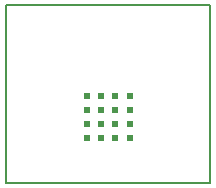
<source format=gbs>
G04 #@! TF.FileFunction,Soldermask,Bot*
%FSLAX46Y46*%
G04 Gerber Fmt 4.6, Leading zero omitted, Abs format (unit mm)*
G04 Created by KiCad (PCBNEW 4.0.0-stable) date Wednesday, March 16, 2016 'PMt' 10:12:40 PM*
%MOMM*%
G01*
G04 APERTURE LIST*
%ADD10C,0.100000*%
%ADD11C,0.152400*%
%ADD12C,0.609600*%
G04 APERTURE END LIST*
D10*
D11*
X75444540Y79954420D02*
X75444540Y94991220D01*
X75444540Y79954420D02*
X92690740Y79954420D01*
X92690740Y79954420D02*
X92690740Y94991220D01*
X75444540Y94991220D02*
X92690740Y94991220D01*
X75444540Y94991220D02*
X92690740Y94991220D01*
X75444540Y79954420D02*
X75444540Y94991220D01*
X75444540Y79954420D02*
X92690740Y79954420D01*
X92690740Y79954420D02*
X92690740Y94991220D01*
D12*
X82305935Y87291617D03*
X83505935Y87291617D03*
X84705935Y87291617D03*
X85905935Y87291617D03*
X82305935Y86091617D03*
X83505935Y86091617D03*
X84705935Y86091617D03*
X85905935Y86091617D03*
X82305935Y84891617D03*
X83505935Y84891617D03*
X84705935Y84891617D03*
X85905935Y84891617D03*
X82305935Y83691617D03*
X83505935Y83691617D03*
X84705935Y83691617D03*
X85905935Y83691617D03*
M02*

</source>
